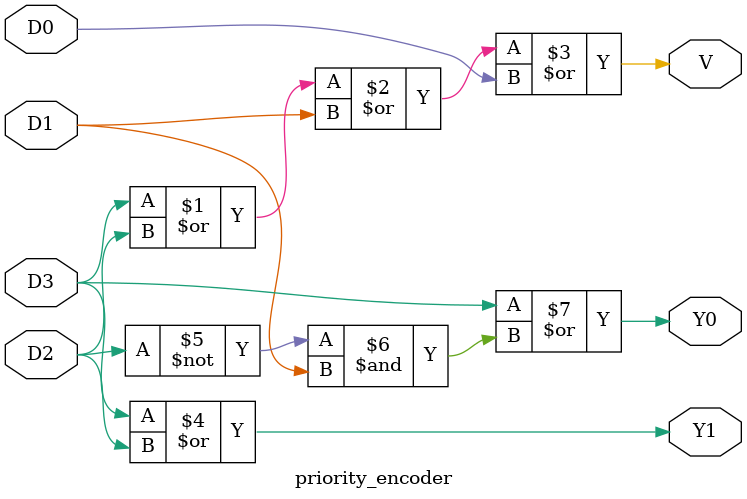
<source format=v>
module priority_encoder(
    input D3, D2, D1, D0,
    output Y1, Y0,
    output V
);

    // Valid output = 1 if any input is 1
    assign V = D3 | D2 | D1 | D0;

    // Y1 and Y0 based on priority (D3 highest)
    assign Y1 = D3 | D2;
    assign Y0 = D3 | (~D2 & D1);

endmodule

</source>
